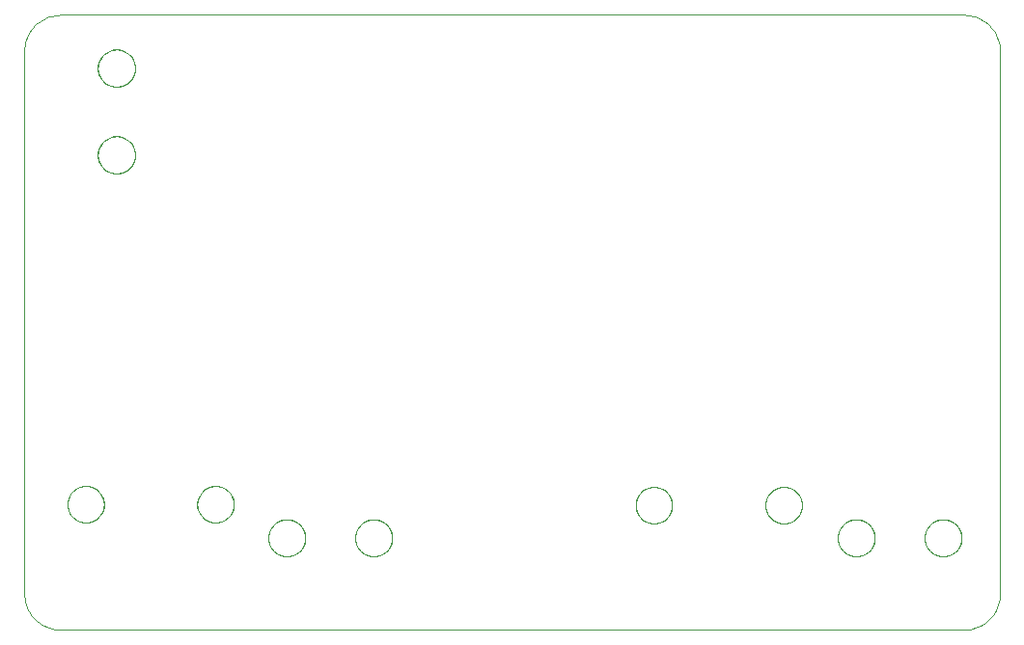
<source format=gm1>
G04*
G04 #@! TF.GenerationSoftware,Altium Limited,Altium Designer,22.6.1 (34)*
G04*
G04 Layer_Color=16711935*
%FSLAX25Y25*%
%MOIN*%
G70*
G04*
G04 #@! TF.SameCoordinates,5978FB97-4CE2-4F40-84F9-A025567A3837*
G04*
G04*
G04 #@! TF.FilePolarity,Positive*
G04*
G01*
G75*
%ADD59C,0.00020*%
%ADD60C,0.00008*%
D59*
X405709Y118701D02*
X405630Y119702D01*
X405396Y120678D01*
X405011Y121605D01*
X404487Y122461D01*
X403835Y123225D01*
X403071Y123877D01*
X402215Y124401D01*
X401288Y124785D01*
X400312Y125020D01*
X399311Y125098D01*
X398310Y125020D01*
X397334Y124785D01*
X396407Y124401D01*
X395551Y123877D01*
X394787Y123225D01*
X394135Y122461D01*
X393611Y121605D01*
X393227Y120678D01*
X392992Y119702D01*
X392913Y118701D01*
X392992Y117700D01*
X393227Y116724D01*
X393611Y115796D01*
X394135Y114940D01*
X394787Y114177D01*
X395551Y113525D01*
X396407Y113001D01*
X397334Y112616D01*
X398310Y112382D01*
X399311Y112303D01*
X400312Y112382D01*
X401288Y112616D01*
X402215Y113001D01*
X403071Y113525D01*
X403835Y114177D01*
X404487Y114940D01*
X405011Y115796D01*
X405396Y116724D01*
X405630Y117700D01*
X405709Y118701D01*
X375709D02*
X375630Y119702D01*
X375395Y120678D01*
X375011Y121605D01*
X374487Y122461D01*
X373835Y123225D01*
X373071Y123877D01*
X372216Y124401D01*
X371288Y124785D01*
X370312Y125020D01*
X369311Y125098D01*
X368310Y125020D01*
X367334Y124785D01*
X366407Y124401D01*
X365551Y123877D01*
X364787Y123225D01*
X364135Y122461D01*
X363611Y121605D01*
X363227Y120678D01*
X362992Y119702D01*
X362913Y118701D01*
X362992Y117700D01*
X363227Y116724D01*
X363611Y115796D01*
X364135Y114940D01*
X364787Y114177D01*
X365551Y113525D01*
X366407Y113001D01*
X367334Y112616D01*
X368310Y112382D01*
X369311Y112303D01*
X370312Y112382D01*
X371288Y112616D01*
X372216Y113001D01*
X373071Y113525D01*
X373835Y114177D01*
X374487Y114940D01*
X375011Y115796D01*
X375395Y116724D01*
X375630Y117700D01*
X375709Y118701D01*
X120177Y281122D02*
X120098Y282123D01*
X119864Y283099D01*
X119480Y284027D01*
X118955Y284882D01*
X118303Y285646D01*
X117540Y286298D01*
X116684Y286822D01*
X115756Y287207D01*
X114780Y287441D01*
X113779Y287520D01*
X112779Y287441D01*
X111803Y287207D01*
X110875Y286822D01*
X110019Y286298D01*
X109256Y285646D01*
X108604Y284882D01*
X108079Y284027D01*
X107695Y283099D01*
X107461Y282123D01*
X107382Y281122D01*
X107461Y280121D01*
X107695Y279145D01*
X108079Y278218D01*
X108604Y277362D01*
X109256Y276598D01*
X110019Y275946D01*
X110875Y275422D01*
X111803Y275038D01*
X112779Y274803D01*
X113779Y274724D01*
X114780Y274803D01*
X115756Y275038D01*
X116684Y275422D01*
X117540Y275946D01*
X118303Y276598D01*
X118955Y277362D01*
X119480Y278218D01*
X119864Y279145D01*
X120098Y280121D01*
X120177Y281122D01*
Y251122D02*
X120098Y252123D01*
X119864Y253099D01*
X119480Y254027D01*
X118955Y254883D01*
X118303Y255646D01*
X117540Y256298D01*
X116684Y256822D01*
X115756Y257207D01*
X114780Y257441D01*
X113779Y257520D01*
X112779Y257441D01*
X111803Y257207D01*
X110875Y256822D01*
X110019Y256298D01*
X109256Y255646D01*
X108604Y254883D01*
X108079Y254027D01*
X107695Y253099D01*
X107461Y252123D01*
X107382Y251122D01*
X107461Y250121D01*
X107695Y249145D01*
X108079Y248218D01*
X108604Y247362D01*
X109256Y246598D01*
X110019Y245946D01*
X110875Y245422D01*
X111803Y245038D01*
X112779Y244803D01*
X113779Y244724D01*
X114780Y244803D01*
X115756Y245038D01*
X116684Y245422D01*
X117540Y245946D01*
X118303Y246598D01*
X118955Y247362D01*
X119480Y248218D01*
X119864Y249145D01*
X120098Y250121D01*
X120177Y251122D01*
X350591Y130039D02*
X350513Y131025D01*
X350282Y131986D01*
X349904Y132899D01*
X349388Y133742D01*
X348746Y134494D01*
X347994Y135135D01*
X347151Y135652D01*
X346238Y136030D01*
X345277Y136261D01*
X344291Y136338D01*
X343306Y136261D01*
X342345Y136030D01*
X341432Y135652D01*
X340589Y135135D01*
X339837Y134494D01*
X339195Y133742D01*
X338679Y132899D01*
X338300Y131986D01*
X338070Y131025D01*
X337992Y130039D01*
X338070Y129054D01*
X338300Y128093D01*
X338679Y127180D01*
X339195Y126337D01*
X339837Y125585D01*
X340589Y124943D01*
X341432Y124427D01*
X342345Y124048D01*
X343306Y123818D01*
X344291Y123740D01*
X345277Y123818D01*
X346238Y124048D01*
X347151Y124427D01*
X347994Y124943D01*
X348746Y125585D01*
X349388Y126337D01*
X349904Y127180D01*
X350282Y128093D01*
X350513Y129054D01*
X350591Y130039D01*
X305709D02*
X305631Y131025D01*
X305400Y131986D01*
X305022Y132899D01*
X304505Y133742D01*
X303864Y134494D01*
X303112Y135135D01*
X302269Y135652D01*
X301356Y136030D01*
X300395Y136261D01*
X299409Y136338D01*
X298424Y136261D01*
X297463Y136030D01*
X296550Y135652D01*
X295707Y135135D01*
X294955Y134494D01*
X294313Y133742D01*
X293797Y132899D01*
X293419Y131986D01*
X293188Y131025D01*
X293110Y130039D01*
X293188Y129054D01*
X293419Y128093D01*
X293797Y127180D01*
X294313Y126337D01*
X294955Y125585D01*
X295707Y124943D01*
X296550Y124427D01*
X297463Y124048D01*
X298424Y123818D01*
X299409Y123740D01*
X300395Y123818D01*
X301356Y124048D01*
X302269Y124427D01*
X303112Y124943D01*
X303864Y125585D01*
X304505Y126337D01*
X305022Y127180D01*
X305400Y128093D01*
X305631Y129054D01*
X305709Y130039D01*
X179016Y118701D02*
X178937Y119702D01*
X178703Y120678D01*
X178318Y121605D01*
X177794Y122461D01*
X177142Y123225D01*
X176379Y123877D01*
X175523Y124401D01*
X174595Y124785D01*
X173619Y125020D01*
X172618Y125098D01*
X171617Y125020D01*
X170641Y124785D01*
X169714Y124401D01*
X168858Y123877D01*
X168094Y123225D01*
X167442Y122461D01*
X166918Y121605D01*
X166534Y120678D01*
X166299Y119702D01*
X166220Y118701D01*
X166299Y117700D01*
X166534Y116724D01*
X166918Y115796D01*
X167442Y114940D01*
X168094Y114177D01*
X168858Y113525D01*
X169714Y113001D01*
X170641Y112616D01*
X171617Y112382D01*
X172618Y112303D01*
X173619Y112382D01*
X174595Y112616D01*
X175523Y113001D01*
X176379Y113525D01*
X177142Y114177D01*
X177794Y114940D01*
X178318Y115796D01*
X178703Y116724D01*
X178937Y117700D01*
X179016Y118701D01*
X209016D02*
X208937Y119702D01*
X208703Y120678D01*
X208318Y121605D01*
X207794Y122461D01*
X207142Y123225D01*
X206379Y123877D01*
X205523Y124401D01*
X204595Y124785D01*
X203619Y125020D01*
X202618Y125098D01*
X201617Y125020D01*
X200641Y124785D01*
X199714Y124401D01*
X198858Y123877D01*
X198094Y123225D01*
X197442Y122461D01*
X196918Y121605D01*
X196534Y120678D01*
X196299Y119702D01*
X196221Y118701D01*
X196299Y117700D01*
X196534Y116724D01*
X196918Y115796D01*
X197442Y114940D01*
X198094Y114177D01*
X198858Y113525D01*
X199714Y113001D01*
X200641Y112616D01*
X201617Y112382D01*
X202618Y112303D01*
X203619Y112382D01*
X204595Y112616D01*
X205523Y113001D01*
X206379Y113525D01*
X207142Y114177D01*
X207794Y114940D01*
X208318Y115796D01*
X208703Y116724D01*
X208937Y117700D01*
X209016Y118701D01*
X154331Y130315D02*
X154253Y131300D01*
X154023Y132261D01*
X153645Y133174D01*
X153128Y134017D01*
X152486Y134769D01*
X151734Y135411D01*
X150892Y135927D01*
X149978Y136305D01*
X149017Y136536D01*
X148032Y136614D01*
X147046Y136536D01*
X146085Y136305D01*
X145172Y135927D01*
X144329Y135411D01*
X143578Y134769D01*
X142936Y134017D01*
X142419Y133174D01*
X142041Y132261D01*
X141810Y131300D01*
X141733Y130315D01*
X141810Y129329D01*
X142041Y128368D01*
X142419Y127455D01*
X142936Y126612D01*
X143578Y125860D01*
X144329Y125218D01*
X145172Y124702D01*
X146085Y124324D01*
X147046Y124093D01*
X148032Y124015D01*
X149017Y124093D01*
X149978Y124324D01*
X150892Y124702D01*
X151734Y125218D01*
X152486Y125860D01*
X153128Y126612D01*
X153645Y127455D01*
X154023Y128368D01*
X154253Y129329D01*
X154331Y130315D01*
X109449D02*
X109371Y131300D01*
X109141Y132261D01*
X108763Y133174D01*
X108246Y134017D01*
X107604Y134769D01*
X106852Y135411D01*
X106010Y135927D01*
X105096Y136305D01*
X104135Y136536D01*
X103150Y136614D01*
X102164Y136536D01*
X101203Y136305D01*
X100290Y135927D01*
X99447Y135411D01*
X98696Y134769D01*
X98054Y134017D01*
X97537Y133174D01*
X97159Y132261D01*
X96928Y131300D01*
X96851Y130315D01*
X96928Y129329D01*
X97159Y128368D01*
X97537Y127455D01*
X98054Y126612D01*
X98696Y125860D01*
X99447Y125218D01*
X100290Y124702D01*
X101203Y124324D01*
X102164Y124093D01*
X103150Y124015D01*
X104135Y124093D01*
X105096Y124324D01*
X106010Y124702D01*
X106852Y125218D01*
X107604Y125860D01*
X108246Y126612D01*
X108763Y127455D01*
X109141Y128368D01*
X109371Y129329D01*
X109449Y130315D01*
D60*
X82012Y99520D02*
X82050Y98537D01*
X82166Y97561D01*
X82358Y96597D01*
X82625Y95651D01*
X82965Y94729D01*
X83376Y93836D01*
X83857Y92978D01*
X84403Y92161D01*
X85012Y91389D01*
X85679Y90667D01*
X86401Y90000D01*
X87173Y89391D01*
X87990Y88845D01*
X88848Y88365D01*
X89740Y87953D01*
X90663Y87613D01*
X91609Y87346D01*
X92573Y87154D01*
X93549Y87039D01*
X94532Y87000D01*
X406500D02*
X407482Y87039D01*
X408459Y87154D01*
X409423Y87346D01*
X410369Y87613D01*
X411291Y87953D01*
X412184Y88365D01*
X413041Y88845D01*
X413859Y89391D01*
X414631Y90000D01*
X415353Y90667D01*
X416020Y91389D01*
X416629Y92161D01*
X417175Y92978D01*
X417655Y93836D01*
X418067Y94729D01*
X418407Y95651D01*
X418674Y96597D01*
X418865Y97561D01*
X418981Y98537D01*
X419020Y99520D01*
Y287000D02*
X418981Y287982D01*
X418865Y288959D01*
X418674Y289923D01*
X418407Y290869D01*
X418067Y291791D01*
X417655Y292684D01*
X417175Y293542D01*
X416629Y294359D01*
X416020Y295131D01*
X415353Y295853D01*
X414631Y296520D01*
X413859Y297129D01*
X413041Y297675D01*
X412184Y298155D01*
X411291Y298567D01*
X410369Y298907D01*
X409423Y299174D01*
X408459Y299365D01*
X407482Y299481D01*
X406500Y299520D01*
X94532D02*
X93549Y299481D01*
X92573Y299365D01*
X91609Y299174D01*
X90663Y298907D01*
X89740Y298567D01*
X88848Y298155D01*
X87990Y297675D01*
X87173Y297129D01*
X86401Y296520D01*
X85679Y295853D01*
X85012Y295131D01*
X84403Y294359D01*
X83857Y293542D01*
X83376Y292684D01*
X82965Y291791D01*
X82625Y290869D01*
X82358Y289923D01*
X82166Y288959D01*
X82050Y287982D01*
X82012Y287000D01*
X94532Y299520D02*
X406500D01*
X109449Y130315D02*
X109449Y130315D01*
Y130315D02*
Y130315D01*
X109446Y129696D02*
X109449Y130315D01*
X109200Y128484D02*
X109446Y129696D01*
X108722Y127343D02*
X109200Y128484D01*
X108032Y126317D02*
X108722Y127343D01*
X107155Y125444D02*
X108032Y126317D01*
X106125Y124759D02*
X107155Y125444D01*
X104982Y124287D02*
X106125Y124759D01*
X103768Y124046D02*
X104982Y124287D01*
X102531Y124046D02*
X103768Y124046D01*
X101318Y124287D02*
X102531Y124046D01*
X100175Y124759D02*
X101318Y124287D01*
X99145Y125444D02*
X100175Y124759D01*
X98268Y126317D02*
X99145Y125444D01*
X97578Y127343D02*
X98268Y126317D01*
X97100Y128484D02*
X97578Y127343D01*
X96854Y129697D02*
X97100Y128484D01*
X96851Y130315D02*
X96854Y129697D01*
X96851Y130315D02*
X96851D01*
X96851D02*
X96854Y130933D01*
X97100Y132146D01*
X97578Y133287D01*
X98268Y134313D01*
X99145Y135186D01*
X100175Y135871D01*
X101318Y136343D01*
X102532Y136583D01*
X103769Y136583D01*
X104982Y136343D01*
X106125Y135871D01*
X107155Y135185D01*
X108032Y134313D01*
X108722Y133286D01*
X109200Y132145D01*
X109446Y130933D01*
X109449Y130315D01*
X154331D02*
X154331Y130315D01*
Y130315D02*
Y130315D01*
X154328Y129696D02*
X154331Y130315D01*
X154081Y128484D02*
X154328Y129696D01*
X153604Y127343D02*
X154081Y128484D01*
X152914Y126317D02*
X153604Y127343D01*
X152037Y125444D02*
X152914Y126317D01*
X151007Y124759D02*
X152037Y125444D01*
X149864Y124287D02*
X151007Y124759D01*
X148650Y124046D02*
X149864Y124287D01*
X147413Y124046D02*
X148650Y124046D01*
X146200Y124287D02*
X147413Y124046D01*
X145057Y124759D02*
X146200Y124287D01*
X144027Y125444D02*
X145057Y124759D01*
X143150Y126317D02*
X144027Y125444D01*
X142460Y127343D02*
X143150Y126317D01*
X141982Y128484D02*
X142460Y127343D01*
X141736Y129697D02*
X141982Y128484D01*
X141733Y130315D02*
X141736Y129697D01*
X141733Y130315D02*
X141733D01*
X141733D02*
X141736Y130933D01*
X141982Y132146D01*
X142460Y133287D01*
X143150Y134313D01*
X144027Y135186D01*
X145057Y135871D01*
X146200Y136343D01*
X147414Y136583D01*
X148651Y136583D01*
X149864Y136343D01*
X151007Y135871D01*
X152037Y135185D01*
X152914Y134313D01*
X153604Y133286D01*
X154082Y132145D01*
X154328Y130933D01*
X154331Y130315D01*
X209016Y118701D02*
X209016D01*
X209016D02*
X209016D01*
X209016D02*
X209016Y118071D01*
X208770Y116835D02*
X209016Y118071D01*
X208288Y115670D02*
X208770Y116835D01*
X207588Y114622D02*
X208288Y115670D01*
X206696Y113731D02*
X207588Y114622D01*
X205648Y113031D02*
X206696Y113731D01*
X204484Y112549D02*
X205648Y113031D01*
X203248Y112303D02*
X204484Y112549D01*
X201988Y112303D02*
X203248Y112303D01*
X200752Y112549D02*
X201988Y112303D01*
X199588Y113031D02*
X200752Y112549D01*
X198540Y113731D02*
X199588Y113031D01*
X197649Y114622D02*
X198540Y113731D01*
X196949Y115670D02*
X197649Y114622D01*
X196466Y116834D02*
X196949Y115670D01*
X196220Y118070D02*
X196466Y116834D01*
X196220Y118070D02*
Y118701D01*
X196220Y119331D02*
X196220Y118701D01*
X196220Y119331D02*
X196466Y120567D01*
X196948Y121731D01*
X197649Y122779D01*
X198540Y123670D01*
X199588Y124370D01*
X200752Y124853D01*
X201988Y125098D01*
X203248Y125098D01*
X204484Y124853D01*
X205648Y124370D01*
X206696Y123670D01*
X207587Y122779D01*
X208288Y121731D01*
X208770Y120567D01*
X209016Y119331D01*
Y118701D02*
Y119331D01*
X179016Y118701D02*
X179016D01*
X179016D02*
X179016D01*
X179016D02*
X179016Y118071D01*
X178770Y116835D02*
X179016Y118071D01*
X178288Y115670D02*
X178770Y116835D01*
X177587Y114622D02*
X178288Y115670D01*
X176696Y113731D02*
X177587Y114622D01*
X175648Y113031D02*
X176696Y113731D01*
X174484Y112549D02*
X175648Y113031D01*
X173248Y112303D02*
X174484Y112549D01*
X171988Y112303D02*
X173248Y112303D01*
X170752Y112549D02*
X171988Y112303D01*
X169588Y113031D02*
X170752Y112549D01*
X168540Y113731D02*
X169588Y113031D01*
X167649Y114622D02*
X168540Y113731D01*
X166948Y115670D02*
X167649Y114622D01*
X166466Y116834D02*
X166948Y115670D01*
X166220Y118070D02*
X166466Y116834D01*
X166220Y118070D02*
Y118701D01*
X166220Y119331D02*
X166220Y118701D01*
X166220Y119331D02*
X166466Y120567D01*
X166948Y121731D01*
X167648Y122779D01*
X168540Y123670D01*
X169588Y124370D01*
X170752Y124853D01*
X171988Y125098D01*
X173248Y125098D01*
X174484Y124853D01*
X175648Y124370D01*
X176696Y123670D01*
X177587Y122779D01*
X178287Y121731D01*
X178770Y120567D01*
X179016Y119331D01*
Y118701D02*
Y119331D01*
X405709Y118701D02*
X405709D01*
X405709D02*
X405709D01*
X405709D02*
X405709Y118071D01*
X405463Y116835D02*
X405709Y118071D01*
X404981Y115670D02*
X405463Y116835D01*
X404280Y114622D02*
X404981Y115670D01*
X403389Y113731D02*
X404280Y114622D01*
X402341Y113031D02*
X403389Y113731D01*
X401177Y112549D02*
X402341Y113031D01*
X399941Y112303D02*
X401177Y112549D01*
X398681Y112303D02*
X399941Y112303D01*
X397445Y112549D02*
X398681Y112303D01*
X396281Y113031D02*
X397445Y112549D01*
X395233Y113731D02*
X396281Y113031D01*
X394342Y114622D02*
X395233Y113731D01*
X393641Y115670D02*
X394342Y114622D01*
X393159Y116834D02*
X393641Y115670D01*
X392913Y118070D02*
X393159Y116834D01*
X392913Y118070D02*
Y118701D01*
X392913Y119331D02*
X392913Y118701D01*
X392913Y119331D02*
X393159Y120567D01*
X393641Y121731D01*
X394341Y122779D01*
X395233Y123670D01*
X396280Y124370D01*
X397445Y124853D01*
X398681Y125098D01*
X399941Y125098D01*
X401177Y124853D01*
X402341Y124370D01*
X403389Y123670D01*
X404280Y122779D01*
X404980Y121731D01*
X405463Y120567D01*
X405709Y119331D01*
Y118701D02*
Y119331D01*
X375709Y118701D02*
X375709D01*
X375709D02*
X375709D01*
X375709D02*
X375709Y118071D01*
X375463Y116835D02*
X375709Y118071D01*
X374980Y115670D02*
X375463Y116835D01*
X374280Y114622D02*
X374980Y115670D01*
X373389Y113731D02*
X374280Y114622D01*
X372341Y113031D02*
X373389Y113731D01*
X371177Y112549D02*
X372341Y113031D01*
X369941Y112303D02*
X371177Y112549D01*
X368681Y112303D02*
X369941Y112303D01*
X367445Y112549D02*
X368681Y112303D01*
X366281Y113031D02*
X367445Y112549D01*
X365233Y113731D02*
X366281Y113031D01*
X364342Y114622D02*
X365233Y113731D01*
X363641Y115670D02*
X364342Y114622D01*
X363159Y116834D02*
X363641Y115670D01*
X362913Y118070D02*
X363159Y116834D01*
X362913Y118070D02*
Y118701D01*
X362913Y119331D02*
X362913Y118701D01*
X362913Y119331D02*
X363159Y120567D01*
X363641Y121731D01*
X364341Y122779D01*
X365232Y123670D01*
X366280Y124370D01*
X367445Y124853D01*
X368681Y125098D01*
X369941Y125098D01*
X371177Y124853D01*
X372341Y124370D01*
X373389Y123670D01*
X374280Y122779D01*
X374980Y121731D01*
X375463Y120567D01*
X375709Y119331D01*
Y118701D02*
Y119331D01*
X305709Y130039D02*
X305709Y130039D01*
Y130039D02*
Y130039D01*
X305706Y129421D02*
X305709Y130039D01*
X305459Y128209D02*
X305706Y129421D01*
X304981Y127068D02*
X305459Y128209D01*
X304291Y126041D02*
X304981Y127068D01*
X303414Y125169D02*
X304291Y126041D01*
X302384Y124483D02*
X303414Y125169D01*
X301241Y124012D02*
X302384Y124483D01*
X300028Y123771D02*
X301241Y124012D01*
X298791Y123771D02*
X300028Y123771D01*
X297578Y124012D02*
X298791Y123771D01*
X296434Y124484D02*
X297578Y124012D01*
X295404Y125169D02*
X296434Y124484D01*
X294528Y126041D02*
X295404Y125169D01*
X293837Y127068D02*
X294528Y126041D01*
X293360Y128209D02*
X293837Y127068D01*
X293113Y129421D02*
X293360Y128209D01*
X293110Y130040D02*
X293113Y129421D01*
X293110Y130040D02*
X293110D01*
X293110D02*
X293113Y130658D01*
X293360Y131870D01*
X293837Y133011D01*
X294528Y134038D01*
X295405Y134910D01*
X296434Y135595D01*
X297578Y136067D01*
X298791Y136308D01*
X300028Y136308D01*
X301241Y136067D01*
X302385Y135595D01*
X303415Y134910D01*
X304291Y134037D01*
X304982Y133011D01*
X305459Y131870D01*
X305706Y130658D01*
X305709Y130039D01*
X350591D02*
X350591Y130039D01*
Y130039D02*
Y130039D01*
X350588Y129421D02*
X350591Y130039D01*
X350341Y128209D02*
X350588Y129421D01*
X349864Y127068D02*
X350341Y128209D01*
X349173Y126041D02*
X349864Y127068D01*
X348296Y125169D02*
X349173Y126041D01*
X347267Y124483D02*
X348296Y125169D01*
X346123Y124012D02*
X347267Y124483D01*
X344910Y123771D02*
X346123Y124012D01*
X343673Y123771D02*
X344910Y123771D01*
X342460Y124012D02*
X343673Y123771D01*
X341316Y124484D02*
X342460Y124012D01*
X340286Y125169D02*
X341316Y124484D01*
X339410Y126041D02*
X340286Y125169D01*
X338719Y127068D02*
X339410Y126041D01*
X338242Y128209D02*
X338719Y127068D01*
X337995Y129421D02*
X338242Y128209D01*
X337992Y130040D02*
X337995Y129421D01*
X337992Y130040D02*
X337992D01*
X337992D02*
X337995Y130658D01*
X338242Y131870D01*
X338720Y133011D01*
X339410Y134038D01*
X340287Y134910D01*
X341316Y135595D01*
X342460Y136067D01*
X343673Y136308D01*
X344910Y136308D01*
X346123Y136067D01*
X347267Y135595D01*
X348296Y134910D01*
X349173Y134037D01*
X349864Y133011D01*
X350341Y131870D01*
X350588Y130658D01*
X350591Y130039D01*
X113779Y244724D02*
Y244724D01*
Y244724D02*
Y244724D01*
X113149Y244724D02*
X113779Y244724D01*
X111913Y244970D02*
X113149Y244724D01*
X110749Y245452D02*
X111913Y244970D01*
X109701Y246153D02*
X110749Y245452D01*
X108810Y247044D02*
X109701Y246153D01*
X108110Y248092D02*
X108810Y247044D01*
X107628Y249256D02*
X108110Y248092D01*
X107382Y250492D02*
X107628Y249256D01*
X107382Y251752D02*
X107382Y250492D01*
X107382Y251752D02*
X107628Y252988D01*
X108110Y254152D01*
X108810Y255200D01*
X109701Y256091D01*
X110749Y256792D01*
X111913Y257274D01*
X113149Y257520D01*
X113779D01*
X114409Y257520D01*
X115646Y257274D01*
X116810Y256792D01*
X117858Y256092D01*
X118749Y255201D01*
X119449Y254153D01*
X119931Y252988D01*
X120177Y251752D01*
X120177Y250492D01*
X119931Y249256D02*
X120177Y250492D01*
X119449Y248092D02*
X119931Y249256D01*
X118749Y247044D02*
X119449Y248092D01*
X117858Y246153D02*
X118749Y247044D01*
X116810Y245453D02*
X117858Y246153D01*
X115646Y244970D02*
X116810Y245453D01*
X114410Y244724D02*
X115646Y244970D01*
X113779Y244724D02*
X114410D01*
X113779Y274724D02*
Y274725D01*
Y274724D02*
Y274725D01*
X113149Y274724D02*
X113779Y274725D01*
X111913Y274970D02*
X113149Y274724D01*
X110749Y275452D02*
X111913Y274970D01*
X109701Y276153D02*
X110749Y275452D01*
X108810Y277044D02*
X109701Y276153D01*
X108110Y278092D02*
X108810Y277044D01*
X107628Y279256D02*
X108110Y278092D01*
X107382Y280492D02*
X107628Y279256D01*
X107382Y281752D02*
X107382Y280492D01*
X107382Y281752D02*
X107628Y282988D01*
X108110Y284153D01*
X108810Y285200D01*
X109701Y286091D01*
X110749Y286792D01*
X111913Y287274D01*
X113149Y287520D01*
X113779D01*
X114409Y287520D01*
X115646Y287274D01*
X116810Y286792D01*
X117858Y286092D01*
X118749Y285201D01*
X119449Y284153D01*
X119931Y282988D01*
X120177Y281752D01*
X120177Y280492D01*
X119931Y279256D02*
X120177Y280492D01*
X119449Y278092D02*
X119931Y279256D01*
X118749Y277044D02*
X119449Y278092D01*
X117858Y276153D02*
X118749Y277044D01*
X116810Y275453D02*
X117858Y276153D01*
X115646Y274970D02*
X116810Y275453D01*
X114410Y274725D02*
X115646Y274970D01*
X113779Y274725D02*
X114410D01*
X94532Y87000D02*
X406500D01*
X419020Y99520D02*
Y287000D01*
X82012Y99520D02*
Y287000D01*
M02*

</source>
